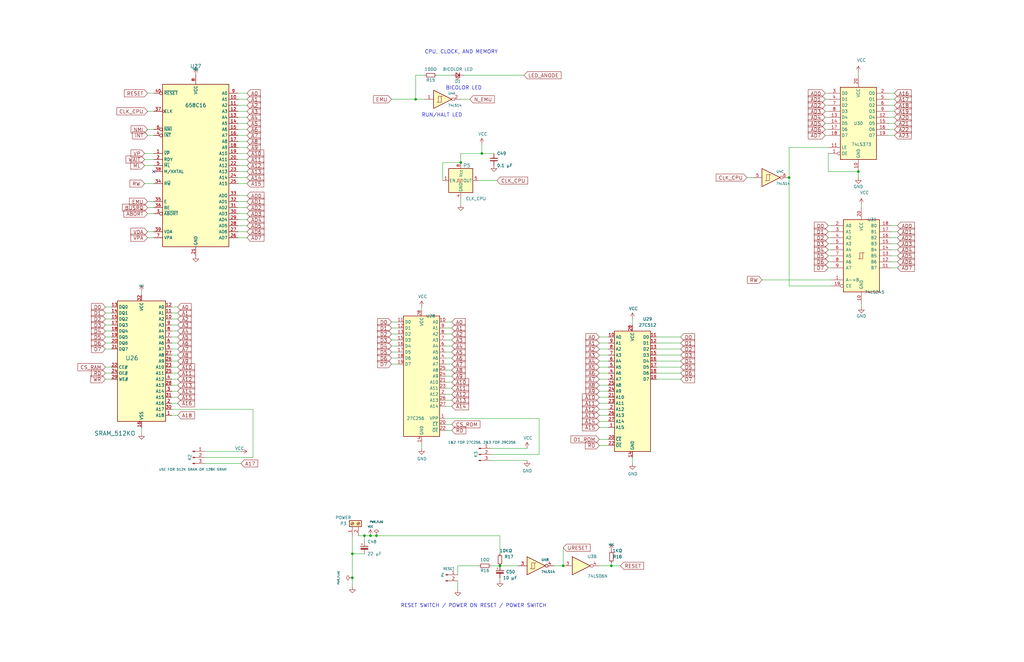
<source format=kicad_sch>
(kicad_sch (version 20211123) (generator eeschema)
  (paper "B")
  (junction (at 237.49 238.76))
  (junction (at 158.75 226.06))
  (junction (at 361.95 72.39))
  (junction (at 332.74 74.93))
  (junction (at 194.31 68.58))
  (junction (at 148.59 243.84))
  (junction (at 156.21 226.06))
  (junction (at 210.82 238.76))
  (junction (at 257.81 238.76))
  (junction (at 175.26 41.91))
  (junction (at 148.59 233.68))
  (junction (at 203.2 64.77))
  (junction (at 153.67 226.06))
  (no_connect (at 64.77 72.39))
  (wire (pts (xy 151.13 226.06) (xy 153.67 226.06)))
  (wire (pts (xy 375.92 97.79) (xy 378.46 97.79)))
  (wire (pts (xy 256.54 165.1) (xy 252.73 165.1)))
  (wire (pts (xy 256.54 144.78) (xy 252.73 144.78)))
  (wire (pts (xy 72.39 132.08) (xy 74.93 132.08)))
  (wire (pts (xy 374.65 57.15) (xy 377.19 57.15)))
  (wire (pts (xy 72.39 147.32) (xy 74.93 147.32)))
  (wire (pts (xy 187.96 153.67) (xy 190.5 153.67)))
  (wire (pts (xy 252.73 238.76) (xy 257.81 238.76)))
  (wire (pts (xy 158.75 226.06) (xy 210.82 226.06)))
  (wire (pts (xy 148.59 226.06) (xy 148.59 233.68)))
  (wire (pts (xy 60.96 67.31) (xy 64.77 67.31)))
  (wire (pts (xy 100.33 90.17) (xy 104.14 90.17)))
  (wire (pts (xy 363.22 128.27) (xy 363.22 129.54)))
  (wire (pts (xy 374.65 44.45) (xy 377.19 44.45)))
  (wire (pts (xy 62.23 57.15) (xy 64.77 57.15)))
  (wire (pts (xy 193.04 238.76) (xy 193.04 242.57)))
  (wire (pts (xy 165.1 143.51) (xy 167.64 143.51)))
  (wire (pts (xy 175.26 41.91) (xy 175.26 31.75)))
  (wire (pts (xy 100.33 72.39) (xy 104.14 72.39)))
  (wire (pts (xy 72.39 162.56) (xy 74.93 162.56)))
  (wire (pts (xy 276.86 154.94) (xy 287.02 154.94)))
  (wire (pts (xy 86.36 195.58) (xy 101.6 195.58)))
  (wire (pts (xy 59.69 123.19) (xy 59.69 124.46)))
  (wire (pts (xy 321.31 118.11) (xy 350.52 118.11)))
  (wire (pts (xy 349.25 95.25) (xy 350.52 95.25)))
  (wire (pts (xy 347.98 41.91) (xy 349.25 41.91)))
  (wire (pts (xy 44.45 160.02) (xy 46.99 160.02)))
  (wire (pts (xy 207.01 194.31) (xy 222.25 194.31)))
  (wire (pts (xy 314.96 74.93) (xy 317.5 74.93)))
  (wire (pts (xy 165.1 146.05) (xy 167.64 146.05)))
  (wire (pts (xy 349.25 105.41) (xy 350.52 105.41)))
  (wire (pts (xy 187.96 156.21) (xy 190.5 156.21)))
  (wire (pts (xy 194.31 41.91) (xy 198.12 41.91)))
  (wire (pts (xy 72.39 152.4) (xy 74.93 152.4)))
  (wire (pts (xy 227.33 176.53) (xy 227.33 191.77)))
  (wire (pts (xy 165.1 151.13) (xy 167.64 151.13)))
  (wire (pts (xy 375.92 100.33) (xy 378.46 100.33)))
  (wire (pts (xy 227.33 191.77) (xy 207.01 191.77)))
  (wire (pts (xy 100.33 85.09) (xy 104.14 85.09)))
  (wire (pts (xy 187.96 138.43) (xy 190.5 138.43)))
  (wire (pts (xy 187.96 168.91) (xy 190.5 168.91)))
  (wire (pts (xy 201.93 76.2) (xy 209.55 76.2)))
  (wire (pts (xy 375.92 102.87) (xy 378.46 102.87)))
  (wire (pts (xy 332.74 62.23) (xy 332.74 74.93)))
  (wire (pts (xy 177.8 129.54) (xy 177.8 130.81)))
  (wire (pts (xy 374.65 41.91) (xy 377.19 41.91)))
  (wire (pts (xy 100.33 97.79) (xy 104.14 97.79)))
  (wire (pts (xy 347.98 39.37) (xy 349.25 39.37)))
  (wire (pts (xy 347.98 46.99) (xy 349.25 46.99)))
  (wire (pts (xy 72.39 167.64) (xy 74.93 167.64)))
  (wire (pts (xy 256.54 152.4) (xy 252.73 152.4)))
  (wire (pts (xy 257.81 238.76) (xy 261.62 238.76)))
  (wire (pts (xy 62.23 90.17) (xy 64.77 90.17)))
  (wire (pts (xy 256.54 177.8) (xy 252.73 177.8)))
  (wire (pts (xy 62.23 87.63) (xy 64.77 87.63)))
  (wire (pts (xy 256.54 187.96) (xy 252.73 187.96)))
  (wire (pts (xy 175.26 41.91) (xy 179.07 41.91)))
  (wire (pts (xy 72.39 165.1) (xy 74.93 165.1)))
  (wire (pts (xy 187.96 179.07) (xy 190.5 179.07)))
  (wire (pts (xy 349.25 107.95) (xy 350.52 107.95)))
  (wire (pts (xy 276.86 152.4) (xy 287.02 152.4)))
  (wire (pts (xy 100.33 39.37) (xy 104.14 39.37)))
  (wire (pts (xy 62.23 39.37) (xy 64.77 39.37)))
  (wire (pts (xy 187.96 176.53) (xy 227.33 176.53)))
  (wire (pts (xy 165.1 135.89) (xy 167.64 135.89)))
  (wire (pts (xy 156.21 226.06) (xy 158.75 226.06)))
  (wire (pts (xy 257.81 238.76) (xy 257.81 237.49)))
  (wire (pts (xy 62.23 100.33) (xy 64.77 100.33)))
  (wire (pts (xy 276.86 144.78) (xy 287.02 144.78)))
  (wire (pts (xy 374.65 49.53) (xy 377.19 49.53)))
  (wire (pts (xy 349.25 64.77) (xy 349.25 72.39)))
  (wire (pts (xy 62.23 54.61) (xy 64.77 54.61)))
  (wire (pts (xy 256.54 154.94) (xy 252.73 154.94)))
  (wire (pts (xy 256.54 172.72) (xy 252.73 172.72)))
  (wire (pts (xy 187.96 166.37) (xy 190.5 166.37)))
  (wire (pts (xy 187.96 158.75) (xy 190.5 158.75)))
  (wire (pts (xy 100.33 69.85) (xy 104.14 69.85)))
  (wire (pts (xy 347.98 52.07) (xy 349.25 52.07)))
  (wire (pts (xy 276.86 149.86) (xy 287.02 149.86)))
  (wire (pts (xy 187.96 140.97) (xy 190.5 140.97)))
  (wire (pts (xy 72.39 144.78) (xy 74.93 144.78)))
  (wire (pts (xy 100.33 41.91) (xy 104.14 41.91)))
  (wire (pts (xy 187.96 181.61) (xy 190.5 181.61)))
  (wire (pts (xy 44.45 132.08) (xy 46.99 132.08)))
  (wire (pts (xy 332.74 120.65) (xy 350.52 120.65)))
  (wire (pts (xy 266.7 137.16) (xy 266.7 134.62)))
  (wire (pts (xy 62.23 46.99) (xy 64.77 46.99)))
  (wire (pts (xy 44.45 129.54) (xy 46.99 129.54)))
  (wire (pts (xy 187.96 163.83) (xy 190.5 163.83)))
  (wire (pts (xy 62.23 97.79) (xy 64.77 97.79)))
  (wire (pts (xy 256.54 180.34) (xy 252.73 180.34)))
  (wire (pts (xy 100.33 82.55) (xy 104.14 82.55)))
  (wire (pts (xy 349.25 100.33) (xy 350.52 100.33)))
  (wire (pts (xy 184.15 31.75) (xy 190.5 31.75)))
  (wire (pts (xy 347.98 49.53) (xy 349.25 49.53)))
  (wire (pts (xy 186.69 68.58) (xy 194.31 68.58)))
  (wire (pts (xy 256.54 185.42) (xy 252.73 185.42)))
  (wire (pts (xy 203.2 60.96) (xy 203.2 64.77)))
  (wire (pts (xy 177.8 186.69) (xy 177.8 189.23)))
  (wire (pts (xy 187.96 151.13) (xy 190.5 151.13)))
  (wire (pts (xy 256.54 170.18) (xy 252.73 170.18)))
  (wire (pts (xy 175.26 41.91) (xy 165.1 41.91)))
  (wire (pts (xy 276.86 142.24) (xy 287.02 142.24)))
  (wire (pts (xy 375.92 107.95) (xy 378.46 107.95)))
  (wire (pts (xy 44.45 144.78) (xy 46.99 144.78)))
  (wire (pts (xy 175.26 31.75) (xy 179.07 31.75)))
  (wire (pts (xy 187.96 135.89) (xy 190.5 135.89)))
  (wire (pts (xy 148.59 243.84) (xy 148.59 247.65)))
  (wire (pts (xy 256.54 142.24) (xy 252.73 142.24)))
  (wire (pts (xy 256.54 175.26) (xy 252.73 175.26)))
  (wire (pts (xy 194.31 83.82) (xy 194.31 86.36)))
  (wire (pts (xy 256.54 167.64) (xy 252.73 167.64)))
  (wire (pts (xy 100.33 46.99) (xy 104.14 46.99)))
  (wire (pts (xy 72.39 160.02) (xy 74.93 160.02)))
  (wire (pts (xy 374.65 54.61) (xy 377.19 54.61)))
  (wire (pts (xy 100.33 49.53) (xy 104.14 49.53)))
  (wire (pts (xy 256.54 160.02) (xy 252.73 160.02)))
  (wire (pts (xy 165.1 153.67) (xy 167.64 153.67)))
  (wire (pts (xy 60.96 64.77) (xy 64.77 64.77)))
  (wire (pts (xy 266.7 193.04) (xy 266.7 195.58)))
  (wire (pts (xy 374.65 52.07) (xy 377.19 52.07)))
  (wire (pts (xy 349.25 113.03) (xy 350.52 113.03)))
  (wire (pts (xy 375.92 113.03) (xy 378.46 113.03)))
  (wire (pts (xy 222.25 189.23) (xy 207.01 189.23)))
  (wire (pts (xy 256.54 162.56) (xy 252.73 162.56)))
  (wire (pts (xy 100.33 92.71) (xy 104.14 92.71)))
  (wire (pts (xy 72.39 154.94) (xy 74.93 154.94)))
  (wire (pts (xy 187.96 161.29) (xy 190.5 161.29)))
  (wire (pts (xy 100.33 57.15) (xy 104.14 57.15)))
  (wire (pts (xy 100.33 64.77) (xy 104.14 64.77)))
  (wire (pts (xy 165.1 140.97) (xy 167.64 140.97)))
  (wire (pts (xy 276.86 157.48) (xy 287.02 157.48)))
  (wire (pts (xy 72.39 134.62) (xy 74.93 134.62)))
  (wire (pts (xy 347.98 44.45) (xy 349.25 44.45)))
  (wire (pts (xy 72.39 129.54) (xy 74.93 129.54)))
  (wire (pts (xy 148.59 233.68) (xy 148.59 243.84)))
  (wire (pts (xy 375.92 110.49) (xy 378.46 110.49)))
  (wire (pts (xy 100.33 87.63) (xy 104.14 87.63)))
  (wire (pts (xy 44.45 147.32) (xy 46.99 147.32)))
  (wire (pts (xy 148.59 233.68) (xy 153.67 233.68)))
  (wire (pts (xy 60.96 77.47) (xy 64.77 77.47)))
  (wire (pts (xy 256.54 157.48) (xy 252.73 157.48)))
  (wire (pts (xy 86.36 193.04) (xy 106.68 193.04)))
  (wire (pts (xy 62.23 85.09) (xy 64.77 85.09)))
  (wire (pts (xy 195.58 31.75) (xy 220.98 31.75)))
  (wire (pts (xy 44.45 139.7) (xy 46.99 139.7)))
  (wire (pts (xy 86.36 190.5) (xy 101.6 190.5)))
  (wire (pts (xy 100.33 67.31) (xy 104.14 67.31)))
  (wire (pts (xy 187.96 148.59) (xy 190.5 148.59)))
  (wire (pts (xy 361.95 30.48) (xy 361.95 31.75)))
  (wire (pts (xy 276.86 160.02) (xy 287.02 160.02)))
  (wire (pts (xy 193.04 245.11) (xy 193.04 248.92)))
  (wire (pts (xy 207.01 238.76) (xy 210.82 238.76)))
  (wire (pts (xy 100.33 44.45) (xy 104.14 44.45)))
  (wire (pts (xy 375.92 95.25) (xy 378.46 95.25)))
  (wire (pts (xy 44.45 157.48) (xy 46.99 157.48)))
  (wire (pts (xy 187.96 143.51) (xy 190.5 143.51)))
  (wire (pts (xy 210.82 226.06) (xy 210.82 233.68)))
  (wire (pts (xy 237.49 238.76) (xy 237.49 231.14)))
  (wire (pts (xy 153.67 226.06) (xy 156.21 226.06)))
  (wire (pts (xy 361.95 72.39) (xy 361.95 74.93)))
  (wire (pts (xy 100.33 74.93) (xy 104.14 74.93)))
  (wire (pts (xy 72.39 157.48) (xy 74.93 157.48)))
  (wire (pts (xy 374.65 46.99) (xy 377.19 46.99)))
  (wire (pts (xy 72.39 175.26) (xy 74.93 175.26)))
  (wire (pts (xy 349.25 102.87) (xy 350.52 102.87)))
  (wire (pts (xy 100.33 54.61) (xy 104.14 54.61)))
  (wire (pts (xy 100.33 52.07) (xy 104.14 52.07)))
  (wire (pts (xy 194.31 64.77) (xy 194.31 68.58)))
  (wire (pts (xy 59.69 180.34) (xy 59.69 182.88)))
  (wire (pts (xy 349.25 72.39) (xy 361.95 72.39)))
  (wire (pts (xy 100.33 77.47) (xy 104.14 77.47)))
  (wire (pts (xy 210.82 238.76) (xy 218.44 238.76)))
  (wire (pts (xy 72.39 139.7) (xy 74.93 139.7)))
  (wire (pts (xy 44.45 154.94) (xy 46.99 154.94)))
  (wire (pts (xy 72.39 172.72) (xy 106.68 172.72)))
  (wire (pts (xy 203.2 64.77) (xy 194.31 64.77)))
  (wire (pts (xy 186.69 76.2) (xy 186.69 68.58)))
  (wire (pts (xy 100.33 59.69) (xy 104.14 59.69)))
  (wire (pts (xy 100.33 62.23) (xy 104.14 62.23)))
  (wire (pts (xy 44.45 142.24) (xy 46.99 142.24)))
  (wire (pts (xy 347.98 54.61) (xy 349.25 54.61)))
  (wire (pts (xy 276.86 147.32) (xy 287.02 147.32)))
  (wire (pts (xy 72.39 149.86) (xy 74.93 149.86)))
  (wire (pts (xy 233.68 238.76) (xy 237.49 238.76)))
  (wire (pts (xy 72.39 170.18) (xy 74.93 170.18)))
  (wire (pts (xy 72.39 137.16) (xy 74.93 137.16)))
  (wire (pts (xy 332.74 74.93) (xy 332.74 120.65)))
  (wire (pts (xy 72.39 142.24) (xy 74.93 142.24)))
  (wire (pts (xy 60.96 69.85) (xy 64.77 69.85)))
  (wire (pts (xy 210.82 243.84) (xy 210.82 245.11)))
  (wire (pts (xy 44.45 134.62) (xy 46.99 134.62)))
  (wire (pts (xy 256.54 147.32) (xy 252.73 147.32)))
  (wire (pts (xy 349.25 97.79) (xy 350.52 97.79)))
  (wire (pts (xy 187.96 171.45) (xy 190.5 171.45)))
  (wire (pts (xy 44.45 137.16) (xy 46.99 137.16)))
  (wire (pts (xy 374.65 39.37) (xy 377.19 39.37)))
  (wire (pts (xy 349.25 110.49) (xy 350.52 110.49)))
  (wire (pts (xy 349.25 62.23) (xy 332.74 62.23)))
  (wire (pts (xy 347.98 57.15) (xy 349.25 57.15)))
  (wire (pts (xy 165.1 148.59) (xy 167.64 148.59)))
  (wire (pts (xy 193.04 238.76) (xy 201.93 238.76)))
  (wire (pts (xy 153.67 226.06) (xy 153.67 228.6)))
  (wire (pts (xy 256.54 149.86) (xy 252.73 149.86)))
  (wire (pts (xy 100.33 100.33) (xy 104.14 100.33)))
  (wire (pts (xy 363.22 86.36) (xy 363.22 87.63)))
  (wire (pts (xy 165.1 138.43) (xy 167.64 138.43)))
  (wire (pts (xy 100.33 95.25) (xy 104.14 95.25)))
  (wire (pts (xy 106.68 193.04) (xy 106.68 172.72)))
  (wire (pts (xy 203.2 64.77) (xy 208.28 64.77)))
  (wire (pts (xy 187.96 146.05) (xy 190.5 146.05)))
  (wire (pts (xy 375.92 105.41) (xy 378.46 105.41)))
  (text "RUN/HALT LED" (at 177.8 49.53 0) (effects (font (size 1.524 1.524)) (justify left bottom)))
  (text "CPU, CLOCK, AND MEMORY" (at 179.07 22.86 0) (effects (font (size 1.524 1.524)) (justify left bottom)))
  (text "RESET SWITCH / POWER ON RESET / POWER SWITCH" (at 168.91 256.54 0) (effects (font (size 1.524 1.524)) (justify left bottom)))
  (text "BICOLOR LED" (at 187.96 38.1 0) (effects (font (size 1.524 1.524)) (justify left bottom)))
  (global_label "D6" (shape input) (at 165.1 151.13 180) (effects (font (size 1.524 1.524))) (property "Intersheet References" "${INTERSHEET_REFS}" (effects hide)))
  (global_label "D7" (shape input) (at 165.1 153.67 180) (effects (font (size 1.524 1.524))) (property "Intersheet References" "${INTERSHEET_REFS}" (effects hide)))
  (global_label "AD0" (shape input) (at 347.98 39.37 180) (effects (font (size 1.524 1.524))) (property "Intersheet References" "${INTERSHEET_REFS}" (effects hide)))
  (global_label "A7" (shape input) (at 104.14 57.15 0) (effects (font (size 1.524 1.524))) (property "Intersheet References" "${INTERSHEET_REFS}" (effects hide)))
  (global_label "O1_ROM" (shape input) (at 252.73 185.42 180) (effects (font (size 1.524 1.524))) (property "Intersheet References" "${INTERSHEET_REFS}" (effects hide)))
  (global_label "AD1" (shape input) (at 378.46 97.79 0) (effects (font (size 1.524 1.524))) (property "Intersheet References" "${INTERSHEET_REFS}" (effects hide)))
  (global_label "A6" (shape input) (at 104.14 54.61 0) (effects (font (size 1.524 1.524))) (property "Intersheet References" "${INTERSHEET_REFS}" (effects hide)))
  (global_label "AD6" (shape input) (at 104.14 97.79 0) (effects (font (size 1.524 1.524))) (property "Intersheet References" "${INTERSHEET_REFS}" (effects hide)))
  (global_label "A18" (shape input) (at 377.19 44.45 0) (effects (font (size 1.524 1.524))) (property "Intersheet References" "${INTERSHEET_REFS}" (effects hide)))
  (global_label "D5" (shape input) (at 287.02 154.94 0) (effects (font (size 1.524 1.524))) (property "Intersheet References" "${INTERSHEET_REFS}" (effects hide)))
  (global_label "AD7" (shape input) (at 347.98 57.15 180) (effects (font (size 1.524 1.524))) (property "Intersheet References" "${INTERSHEET_REFS}" (effects hide)))
  (global_label "A6" (shape input) (at 74.93 144.78 0) (effects (font (size 1.524 1.524))) (property "Intersheet References" "${INTERSHEET_REFS}" (effects hide)))
  (global_label "D2" (shape input) (at 287.02 147.32 0) (effects (font (size 1.524 1.524))) (property "Intersheet References" "${INTERSHEET_REFS}" (effects hide)))
  (global_label "A11" (shape input) (at 104.14 67.31 0) (effects (font (size 1.524 1.524))) (property "Intersheet References" "${INTERSHEET_REFS}" (effects hide)))
  (global_label "AD2" (shape input) (at 347.98 44.45 180) (effects (font (size 1.524 1.524))) (property "Intersheet References" "${INTERSHEET_REFS}" (effects hide)))
  (global_label "AD0" (shape input) (at 378.46 95.25 0) (effects (font (size 1.524 1.524))) (property "Intersheet References" "${INTERSHEET_REFS}" (effects hide)))
  (global_label "AD7" (shape input) (at 104.14 100.33 0) (effects (font (size 1.524 1.524))) (property "Intersheet References" "${INTERSHEET_REFS}" (effects hide)))
  (global_label "A5" (shape input) (at 190.5 148.59 0) (effects (font (size 1.524 1.524))) (property "Intersheet References" "${INTERSHEET_REFS}" (effects hide)))
  (global_label "A20" (shape input) (at 377.19 49.53 0) (effects (font (size 1.524 1.524))) (property "Intersheet References" "${INTERSHEET_REFS}" (effects hide)))
  (global_label "D0" (shape input) (at 287.02 142.24 0) (effects (font (size 1.524 1.524))) (property "Intersheet References" "${INTERSHEET_REFS}" (effects hide)))
  (global_label "A2" (shape input) (at 252.73 147.32 180) (effects (font (size 1.524 1.524))) (property "Intersheet References" "${INTERSHEET_REFS}" (effects hide)))
  (global_label "D0" (shape input) (at 165.1 135.89 180) (effects (font (size 1.524 1.524))) (property "Intersheet References" "${INTERSHEET_REFS}" (effects hide)))
  (global_label "D6" (shape input) (at 287.02 157.48 0) (effects (font (size 1.524 1.524))) (property "Intersheet References" "${INTERSHEET_REFS}" (effects hide)))
  (global_label "AD2" (shape input) (at 378.46 100.33 0) (effects (font (size 1.524 1.524))) (property "Intersheet References" "${INTERSHEET_REFS}" (effects hide)))
  (global_label "A12" (shape input) (at 190.5 166.37 0) (effects (font (size 1.524 1.524))) (property "Intersheet References" "${INTERSHEET_REFS}" (effects hide)))
  (global_label "A14" (shape input) (at 252.73 177.8 180) (effects (font (size 1.524 1.524))) (property "Intersheet References" "${INTERSHEET_REFS}" (effects hide)))
  (global_label "A14" (shape input) (at 104.14 74.93 0) (effects (font (size 1.524 1.524))) (property "Intersheet References" "${INTERSHEET_REFS}" (effects hide)))
  (global_label "A21" (shape input) (at 377.19 52.07 0) (effects (font (size 1.524 1.524))) (property "Intersheet References" "${INTERSHEET_REFS}" (effects hide)))
  (global_label "D7" (shape input) (at 44.45 147.32 180) (effects (font (size 1.524 1.524))) (property "Intersheet References" "${INTERSHEET_REFS}" (effects hide)))
  (global_label "A5" (shape input) (at 252.73 154.94 180) (effects (font (size 1.524 1.524))) (property "Intersheet References" "${INTERSHEET_REFS}" (effects hide)))
  (global_label "A14" (shape input) (at 190.5 171.45 0) (effects (font (size 1.524 1.524))) (property "Intersheet References" "${INTERSHEET_REFS}" (effects hide)))
  (global_label "D3" (shape input) (at 349.25 102.87 180) (effects (font (size 1.524 1.524))) (property "Intersheet References" "${INTERSHEET_REFS}" (effects hide)))
  (global_label "WR" (shape input) (at 44.45 160.02 180) (effects (font (size 1.524 1.524))) (property "Intersheet References" "${INTERSHEET_REFS}" (effects hide)))
  (global_label "D6" (shape input) (at 44.45 144.78 180) (effects (font (size 1.524 1.524))) (property "Intersheet References" "${INTERSHEET_REFS}" (effects hide)))
  (global_label "A2" (shape input) (at 190.5 140.97 0) (effects (font (size 1.524 1.524))) (property "Intersheet References" "${INTERSHEET_REFS}" (effects hide)))
  (global_label "A1" (shape input) (at 190.5 138.43 0) (effects (font (size 1.524 1.524))) (property "Intersheet References" "${INTERSHEET_REFS}" (effects hide)))
  (global_label "D5" (shape input) (at 165.1 148.59 180) (effects (font (size 1.524 1.524))) (property "Intersheet References" "${INTERSHEET_REFS}" (effects hide)))
  (global_label "D2" (shape input) (at 349.25 100.33 180) (effects (font (size 1.524 1.524))) (property "Intersheet References" "${INTERSHEET_REFS}" (effects hide)))
  (global_label "A11" (shape input) (at 190.5 163.83 0) (effects (font (size 1.524 1.524))) (property "Intersheet References" "${INTERSHEET_REFS}" (effects hide)))
  (global_label "LED_ANODE" (shape input) (at 220.98 31.75 0) (effects (font (size 1.524 1.524))) (property "Intersheet References" "${INTERSHEET_REFS}" (effects hide)))
  (global_label "A3" (shape input) (at 104.14 46.99 0) (effects (font (size 1.524 1.524))) (property "Intersheet References" "${INTERSHEET_REFS}" (effects hide)))
  (global_label "A3" (shape input) (at 252.73 149.86 180) (effects (font (size 1.524 1.524))) (property "Intersheet References" "${INTERSHEET_REFS}" (effects hide)))
  (global_label "WAIT" (shape input) (at 60.96 67.31 180) (effects (font (size 1.524 1.524))) (property "Intersheet References" "${INTERSHEET_REFS}" (effects hide)))
  (global_label "A6" (shape input) (at 190.5 151.13 0) (effects (font (size 1.524 1.524))) (property "Intersheet References" "${INTERSHEET_REFS}" (effects hide)))
  (global_label "D3" (shape input) (at 44.45 137.16 180) (effects (font (size 1.524 1.524))) (property "Intersheet References" "${INTERSHEET_REFS}" (effects hide)))
  (global_label "A4" (shape input) (at 104.14 49.53 0) (effects (font (size 1.524 1.524))) (property "Intersheet References" "${INTERSHEET_REFS}" (effects hide)))
  (global_label "A15" (shape input) (at 252.73 180.34 180) (effects (font (size 1.524 1.524))) (property "Intersheet References" "${INTERSHEET_REFS}" (effects hide)))
  (global_label "A7" (shape input) (at 74.93 147.32 0) (effects (font (size 1.524 1.524))) (property "Intersheet References" "${INTERSHEET_REFS}" (effects hide)))
  (global_label "A7" (shape input) (at 190.5 153.67 0) (effects (font (size 1.524 1.524))) (property "Intersheet References" "${INTERSHEET_REFS}" (effects hide)))
  (global_label "D5" (shape input) (at 44.45 142.24 180) (effects (font (size 1.524 1.524))) (property "Intersheet References" "${INTERSHEET_REFS}" (effects hide)))
  (global_label "AD3" (shape input) (at 347.98 46.99 180) (effects (font (size 1.524 1.524))) (property "Intersheet References" "${INTERSHEET_REFS}" (effects hide)))
  (global_label "D1" (shape input) (at 287.02 144.78 0) (effects (font (size 1.524 1.524))) (property "Intersheet References" "${INTERSHEET_REFS}" (effects hide)))
  (global_label "NMI" (shape input) (at 62.23 54.61 180) (effects (font (size 1.524 1.524))) (property "Intersheet References" "${INTERSHEET_REFS}" (effects hide)))
  (global_label "A1" (shape input) (at 104.14 41.91 0) (effects (font (size 1.524 1.524))) (property "Intersheet References" "${INTERSHEET_REFS}" (effects hide)))
  (global_label "A13" (shape input) (at 104.14 72.39 0) (effects (font (size 1.524 1.524))) (property "Intersheet References" "${INTERSHEET_REFS}" (effects hide)))
  (global_label "ML" (shape input) (at 60.96 69.85 180) (effects (font (size 1.524 1.524))) (property "Intersheet References" "${INTERSHEET_REFS}" (effects hide)))
  (global_label "D0" (shape input) (at 349.25 95.25 180) (effects (font (size 1.524 1.524))) (property "Intersheet References" "${INTERSHEET_REFS}" (effects hide)))
  (global_label "A12" (shape input) (at 252.73 172.72 180) (effects (font (size 1.524 1.524))) (property "Intersheet References" "${INTERSHEET_REFS}" (effects hide)))
  (global_label "AD6" (shape input) (at 347.98 54.61 180) (effects (font (size 1.524 1.524))) (property "Intersheet References" "${INTERSHEET_REFS}" (effects hide)))
  (global_label "CS_ROM" (shape input) (at 190.5 179.07 0) (effects (font (size 1.524 1.524))) (property "Intersheet References" "${INTERSHEET_REFS}" (effects hide)))
  (global_label "RW" (shape input) (at 321.31 118.11 180) (effects (font (size 1.524 1.524))) (property "Intersheet References" "${INTERSHEET_REFS}" (effects hide)))
  (global_label "A5" (shape input) (at 74.93 142.24 0) (effects (font (size 1.524 1.524))) (property "Intersheet References" "${INTERSHEET_REFS}" (effects hide)))
  (global_label "AD3" (shape input) (at 378.46 102.87 0) (effects (font (size 1.524 1.524))) (property "Intersheet References" "${INTERSHEET_REFS}" (effects hide)))
  (global_label "A9" (shape input) (at 74.93 152.4 0) (effects (font (size 1.524 1.524))) (property "Intersheet References" "${INTERSHEET_REFS}" (effects hide)))
  (global_label "A12" (shape input) (at 74.93 160.02 0) (effects (font (size 1.524 1.524))) (property "Intersheet References" "${INTERSHEET_REFS}" (effects hide)))
  (global_label "EMU" (shape input) (at 165.1 41.91 180) (effects (font (size 1.524 1.524))) (property "Intersheet References" "${INTERSHEET_REFS}" (effects hide)))
  (global_label "D4" (shape input) (at 44.45 139.7 180) (effects (font (size 1.524 1.524))) (property "Intersheet References" "${INTERSHEET_REFS}" (effects hide)))
  (global_label "VP" (shape input) (at 60.96 64.77 180) (effects (font (size 1.524 1.524))) (property "Intersheet References" "${INTERSHEET_REFS}" (effects hide)))
  (global_label "RESET" (shape input) (at 261.62 238.76 0) (effects (font (size 1.524 1.524))) (property "Intersheet References" "${INTERSHEET_REFS}" (effects hide)))
  (global_label "A3" (shape input) (at 190.5 143.51 0) (effects (font (size 1.524 1.524))) (property "Intersheet References" "${INTERSHEET_REFS}" (effects hide)))
  (global_label "A23" (shape input) (at 377.19 57.15 0) (effects (font (size 1.524 1.524))) (property "Intersheet References" "${INTERSHEET_REFS}" (effects hide)))
  (global_label "AD4" (shape input) (at 347.98 49.53 180) (effects (font (size 1.524 1.524))) (property "Intersheet References" "${INTERSHEET_REFS}" (effects hide)))
  (global_label "A16" (shape input) (at 74.93 170.18 0) (effects (font (size 1.524 1.524))) (property "Intersheet References" "${INTERSHEET_REFS}" (effects hide)))
  (global_label "A13" (shape input) (at 190.5 168.91 0) (effects (font (size 1.524 1.524))) (property "Intersheet References" "${INTERSHEET_REFS}" (effects hide)))
  (global_label "A16" (shape input) (at 377.19 39.37 0) (effects (font (size 1.524 1.524))) (property "Intersheet References" "${INTERSHEET_REFS}" (effects hide)))
  (global_label "A6" (shape input) (at 252.73 157.48 180) (effects (font (size 1.524 1.524))) (property "Intersheet References" "${INTERSHEET_REFS}" (effects hide)))
  (global_label "D6" (shape input) (at 349.25 110.49 180) (effects (font (size 1.524 1.524))) (property "Intersheet References" "${INTERSHEET_REFS}" (effects hide)))
  (global_label "A11" (shape input) (at 252.73 170.18 180) (effects (font (size 1.524 1.524))) (property "Intersheet References" "${INTERSHEET_REFS}" (effects hide)))
  (global_label "A18" (shape input) (at 74.93 175.26 0) (effects (font (size 1.524 1.524))) (property "Intersheet References" "${INTERSHEET_REFS}" (effects hide)))
  (global_label "CLK_CPU" (shape input) (at 314.96 74.93 180) (effects (font (size 1.524 1.524))) (property "Intersheet References" "${INTERSHEET_REFS}" (effects hide)))
  (global_label "D7" (shape input) (at 349.25 113.03 180) (effects (font (size 1.524 1.524))) (property "Intersheet References" "${INTERSHEET_REFS}" (effects hide)))
  (global_label "AD1" (shape input) (at 104.14 85.09 0) (effects (font (size 1.524 1.524))) (property "Intersheet References" "${INTERSHEET_REFS}" (effects hide)))
  (global_label "D0" (shape input) (at 44.45 129.54 180) (effects (font (size 1.524 1.524))) (property "Intersheet References" "${INTERSHEET_REFS}" (effects hide)))
  (global_label "AD5" (shape input) (at 347.98 52.07 180) (effects (font (size 1.524 1.524))) (property "Intersheet References" "${INTERSHEET_REFS}" (effects hide)))
  (global_label "CS_RAM" (shape input) (at 44.45 154.94 180) (effects (font (size 1.524 1.524))) (property "Intersheet References" "${INTERSHEET_REFS}" (effects hide)))
  (global_label "A4" (shape input) (at 252.73 152.4 180) (effects (font (size 1.524 1.524))) (property "Intersheet References" "${INTERSHEET_REFS}" (effects hide)))
  (global_label "A7" (shape input) (at 252.73 160.02 180) (effects (font (size 1.524 1.524))) (property "Intersheet References" "${INTERSHEET_REFS}" (effects hide)))
  (global_label "A0" (shape input) (at 74.93 129.54 0) (effects (font (size 1.524 1.524))) (property "Intersheet References" "${INTERSHEET_REFS}" (effects hide)))
  (global_label "A17" (shape input) (at 101.6 195.58 0) (effects (font (size 1.524 1.524))) (property "Intersheet References" "${INTERSHEET_REFS}" (effects hide)))
  (global_label "CLK_CPU" (shape input) (at 209.55 76.2 0) (effects (font (size 1.524 1.524))) (property "Intersheet References" "${INTERSHEET_REFS}" (effects hide)))
  (global_label "AD1" (shape input) (at 347.98 41.91 180) (effects (font (size 1.524 1.524))) (property "Intersheet References" "${INTERSHEET_REFS}" (effects hide)))
  (global_label "A10" (shape input) (at 190.5 161.29 0) (effects (font (size 1.524 1.524))) (property "Intersheet References" "${INTERSHEET_REFS}" (effects hide)))
  (global_label "D1" (shape input) (at 165.1 138.43 180) (effects (font (size 1.524 1.524))) (property "Intersheet References" "${INTERSHEET_REFS}" (effects hide)))
  (global_label "AD4" (shape input) (at 378.46 105.41 0) (effects (font (size 1.524 1.524))) (property "Intersheet References" "${INTERSHEET_REFS}" (effects hide)))
  (global_label "A19" (shape input) (at 377.19 46.99 0) (effects (font (size 1.524 1.524))) (property "Intersheet References" "${INTERSHEET_REFS}" (effects hide)))
  (global_label "A1" (shape input) (at 74.93 132.08 0) (effects (font (size 1.524 1.524))) (property "Intersheet References" "${INTERSHEET_REFS}" (effects hide)))
  (global_label "D4" (shape input) (at 349.25 105.41 180) (effects (font (size 1.524 1.524))) (property "Intersheet References" "${INTERSHEET_REFS}" (effects hide)))
  (global_label "D3" (shape input) (at 287.02 149.86 0) (effects (font (size 1.524 1.524))) (property "Intersheet References" "${INTERSHEET_REFS}" (effects hide)))
  (global_label "A4" (shape input) (at 190.5 146.05 0) (effects (font (size 1.524 1.524))) (property "Intersheet References" "${INTERSHEET_REFS}" (effects hide)))
  (global_label "AD6" (shape input) (at 378.46 110.49 0) (effects (font (size 1.524 1.524))) (property "Intersheet References" "${INTERSHEET_REFS}" (effects hide)))
  (global_label "A9" (shape input) (at 104.14 62.23 0) (effects (font (size 1.524 1.524))) (property "Intersheet References" "${INTERSHEET_REFS}" (effects hide)))
  (global_label "RD" (shape input) (at 190.5 181.61 0) (effects (font (size 1.524 1.524))) (property "Intersheet References" "${INTERSHEET_REFS}" (effects hide)))
  (global_label "D2" (shape input) (at 165.1 140.97 180) (effects (font (size 1.524 1.524))) (property "Intersheet References" "${INTERSHEET_REFS}" (effects hide)))
  (global_label "A10" (shape input) (at 104.14 64.77 0) (effects (font (size 1.524 1.524))) (property "Intersheet References" "${INTERSHEET_REFS}" (effects hide)))
  (global_label "A8" (shape input) (at 252.73 162.56 180) (effects (font (size 1.524 1.524))) (property "Intersheet References" "${INTERSHEET_REFS}" (effects hide)))
  (global_label "D2" (shape input) (at 44.45 134.62 180) (effects (font (size 1.524 1.524))) (property "Intersheet References" "${INTERSHEET_REFS}" (effects hide)))
  (global_label "URESET" (shape input) (at 237.49 231.14 0) (effects (font (size 1.524 1.524))) (property "Intersheet References" "${INTERSHEET_REFS}" (effects hide)))
  (global_label "A15" (shape input) (at 74.93 167.64 0) (effects (font (size 1.524 1.524))) (property "Intersheet References" "${INTERSHEET_REFS}" (effects hide)))
  (global_label "D4" (shape input) (at 287.02 152.4 0) (effects (font (size 1.524 1.524))) (property "Intersheet References" "${INTERSHEET_REFS}" (effects hide)))
  (global_label "A0" (shape input) (at 252.73 142.24 180) (effects (font (size 1.524 1.524))) (property "Intersheet References" "${INTERSHEET_REFS}" (effects hide)))
  (global_label "INT" (shape input) (at 62.23 57.15 180) (effects (font (size 1.524 1.524))) (property "Intersheet References" "${INTERSHEET_REFS}" (effects hide)))
  (global_label "RESET" (shape input) (at 62.23 39.37 180) (effects (font (size 1.524 1.524))) (property "Intersheet References" "${INTERSHEET_REFS}" (effects hide)))
  (global_label "A0" (shape input) (at 104.14 39.37 0) (effects (font (size 1.524 1.524))) (property "Intersheet References" "${INTERSHEET_REFS}" (effects hide)))
  (global_label "A12" (shape input) (at 104.14 69.85 0) (effects (font (size 1.524 1.524))) (property "Intersheet References" "${INTERSHEET_REFS}" (effects hide)))
  (global_label "AD2" (shape input) (at 104.14 87.63 0) (effects (font (size 1.524 1.524))) (property "Intersheet References" "${INTERSHEET_REFS}" (effects hide)))
  (global_label "VPA" (shape input) (at 62.23 100.33 180) (effects (font (size 1.524 1.524))) (property "Intersheet References" "${INTERSHEET_REFS}" (effects hide)))
  (global_label "EMU" (shape input) (at 62.23 85.09 180) (effects (font (size 1.524 1.524))) (property "Intersheet References" "${INTERSHEET_REFS}" (effects hide)))
  (global_label "D5" (shape input) (at 349.25 107.95 180) (effects (font (size 1.524 1.524))) (property "Intersheet References" "${INTERSHEET_REFS}" (effects hide)))
  (global_label "AD5" (shape input) (at 104.14 95.25 0) (effects (font (size 1.524 1.524))) (property "Intersheet References" "${INTERSHEET_REFS}" (effects hide)))
  (global_label "A8" (shape input) (at 190.5 156.21 0) (effects (font (size 1.524 1.524))) (property "Intersheet References" "${INTERSHEET_REFS}" (effects hide)))
  (global_label "A10" (shape input) (at 74.93 154.94 0) (effects (font (size 1.524 1.524))) (property "Intersheet References" "${INTERSHEET_REFS}" (effects hide)))
  (global_label "ABORT" (shape input) (at 62.23 90.17 180) (effects (font (size 1.524 1.524))) (property "Intersheet References" "${INTERSHEET_REFS}" (effects hide)))
  (global_label "AD4" (shape input) (at 104.14 92.71 0) (effects (font (size 1.524 1.524))) (property "Intersheet References" "${INTERSHEET_REFS}" (effects hide)))
  (global_label "A9" (shape input) (at 190.5 158.75 0) (effects (font (size 1.524 1.524))) (property "Intersheet References" "${INTERSHEET_REFS}" (effects hide)))
  (global_label "AD0" (shape input) (at 104.14 82.55 0) (effects (font (size 1.524 1.524))) (property "Intersheet References" "${INTERSHEET_REFS}" (effects hide)))
  (global_label "AD3" (shape input) (at 104.14 90.17 0) (effects (font (size 1.524 1.524))) (property "Intersheet References" "${INTERSHEET_REFS}" (effects hide)))
  (global_label "A17" (shape input) (at 377.19 41.91 0) (effects (font (size 1.524 1.524))) (property "Intersheet References" "${INTERSHEET_REFS}" (effects hide)))
  (global_label "A15" (shape input) (at 104.14 77.47 0) (effects (font (size 1.524 1.524))) (property "Intersheet References" "${INTERSHEET_REFS}" (effects hide)))
  (global_label "A10" (shape input) (at 252.73 167.64 180) (effects (font (size 1.524 1.524))) (property "Intersheet References" "${INTERSHEET_REFS}" (effects hide)))
  (global_label "D3" (shape input) (at 165.1 143.51 180) (effects (font (size 1.524 1.524))) (property "Intersheet References" "${INTERSHEET_REFS}" (effects hide)))
  (global_label "A22" (shape input) (at 377.19 54.61 0) (effects (font (size 1.524 1.524))) (property "Intersheet References" "${INTERSHEET_REFS}" (effects hide)))
  (global_label "A2" (shape input) (at 104.14 44.45 0) (effects (font (size 1.524 1.524))) (property "Intersheet References" "${INTERSHEET_REFS}" (effects hide)))
  (global_label "A4" (shape input) (at 74.93 139.7 0) (effects (font (size 1.524 1.524))) (property "Intersheet References" "${INTERSHEET_REFS}" (effects hide)))
  (global_label "A3" (shape input) (at 74.93 137.16 0) (effects (font (size 1.524 1.524))) (property "Intersheet References" "${INTERSHEET_REFS}" (effects hide)))
  (global_label "AD7" (shape input) (at 378.46 113.03 0) (effects (font (size 1.524 1.524))) (property "Intersheet References" "${INTERSHEET_REFS}" (effects hide)))
  (global_label "A14" (shape input) (at 74.93 165.1 0) (effects (font (size 1.524 1.524))) (property "Intersheet References" "${INTERSHEET_REFS}" (effects hide)))
  (global_label "AD5" (shape input) (at 378.46 107.95 0) (effects (font (size 1.524 1.524))) (property "Intersheet References" "${INTERSHEET_REFS}" (effects hide)))
  (global_label "A5" (shape input) (at 104.14 52.07 0) (effects (font (size 1.524 1.524))) (property "Intersheet References" "${INTERSHEET_REFS}" (effects hide)))
  (global_label "D1" (shape input) (at 44.45 132.08 180) (effects (font (size 1.524 1.524))) (property "Intersheet References" "${INTERSHEET_REFS}" (effects hide)))
  (global_label "RD" (shape input) (at 44.45 157.48 180) (effects (font (size 1.524 1.524))) (property "Intersheet References" "${INTERSHEET_REFS}" (effects hide)))
  (global_label "RD" (shape input) (at 252.73 187.96 180) (effects (font (size 1.524 1.524))) (property "Intersheet References" "${INTERSHEET_REFS}" (effects hide)))
  (global_label "D7" (shape input) (at 287.02 160.02 0) (effects (font (size 1.524 1.524))) (property "Intersheet References" "${INTERSHEET_REFS}" (effects hide)))
  (global_label "D4" (shape input) (at 165.1 146.05 180) (effects (font (size 1.524 1.524))) (property "Intersheet References" "${INTERSHEET_REFS}" (effects hide)))
  (global_label "A8" (shape input) (at 74.93 149.86 0) (effects (font (size 1.524 1.524))) (property "Intersheet References" "${INTERSHEET_REFS}" (effects hide)))
  (global_label "A1" (shape input) (at 252.73 144.78 180) (effects (font (size 1.524 1.524))) (property "Intersheet References" "${INTERSHEET_REFS}" (effects hide)))
  (global_label "BUSRQ" (shape input) (at 62.23 87.63 180) (effects (font (size 1.524 1.524))) (property "Intersheet References" "${INTERSHEET_REFS}" (effects hide)))
  (global_label "A13" (shape input) (at 74.93 162.56 0) (effects (font (size 1.524 1.524))) (property "Intersheet References" "${INTERSHEET_REFS}" (effects hide)))
  (global_label "D1" (shape input) (at 349.25 97.79 180) (effects (font (size 1.524 1.524))) (property "Intersheet References" "${INTERSHEET_REFS}" (effects hide)))
  (global_label "A8" (shape input) (at 104.14 59.69 0) (effects (font (size 1.524 1.524))) (property "Intersheet References" "${INTERSHEET_REFS}" (effects hide)))
  (global_label "A13" (shape input) (at 252.73 175.26 180) (effects (font (size 1.524 1.524))) (property "Intersheet References" "${INTERSHEET_REFS}" (effects hide)))
  (global_label "VDA" (shape input) (at 62.23 97.79 180) (effects (font (size 1.524 1.524))) (property "Intersheet References" "${INTERSHEET_REFS}" (effects hide)))
  (global_label "A0" (shape input) (at 190.5 135.89 0) (effects (font (size 1.524 1.524))) (property "Intersheet References" "${INTERSHEET_REFS}" (effects hide)))
  (global_label "A11" (shape input) (at 74.93 157.48 0) (effects (font (size 1.524 1.524))) (property "Intersheet References" "${INTERSHEET_REFS}" (effects hide)))
  (global_label "A9" (shape input) (at 252.73 165.1 180) (effects (font (size 1.524 1.524))) (property "Intersheet References" "${INTERSHEET_REFS}" (effects hide)))
  (global_label "RW" (shape input) (at 60.96 77.47 180) (effects (font (size 1.524 1.524))) (property "Intersheet References" "${INTERSHEET_REFS}" (effects hide)))
  (global_label "CLK_CPU" (shape input) (at 62.23 46.99 180) (effects (font (size 1.524 1.524))) (property "Intersheet References" "${INTERSHEET_REFS}" (effects hide)))
  (global_label "N_EMU" (shape input) (at 198.12 41.91 0) (effects (font (size 1.524 1.524))) (property "Intersheet References" "${INTERSHEET_REFS}" (effects hide)))
  (global_label "A2" (shape input) (at 74.93 134.62 0) (effects (font (size 1.524 1.524))) (property "Intersheet References" "${INTERSHEET_REFS}" (effects hide)))
  (symbol (lib_id "Connector:Conn_01x03_Male") (at 81.28 193.04 0) (unit 1)
    (property "Reference" "K2" (at 80.01 193.04 90))
    (property "Value" "USE FOR 512K SRAM OR 128K SRAM" (at 81.28 198.12 0) (effects (font (size 1.016 1.016))))
    (property "Footprint" "Connector_PinHeader_2.54mm:PinHeader_1x03_P2.54mm_Vertical" (effects hide))
  )
  (symbol (lib_id "power:VCC") (at 59.69 123.19 0) (unit 1)
    (property "Reference" "#PWR085" (effects hide))
    (property "Value" "VCC" (at 59.69 120.65 0) (effects (font (size 0.762 0.762))))
  )
  (symbol (lib_id "Connector:Conn_01x03_Male") (at 201.93 191.77 0) (unit 1)
    (property "Reference" "K3" (at 200.66 191.77 90))
    (property "Value" "1&2 FOR 27C256, 2&3 FOR 29C256" (at 203.2 186.69 0) (effects (font (size 1.016 1.016))))
    (property "Footprint" "Connector_PinHeader_2.54mm:PinHeader_1x03_P2.54mm_Vertical" (effects hide))
  )
  (symbol (lib_id "power:GND") (at 59.69 182.88 0) (unit 1)
    (property "Reference" "#PWR086" (effects hide))
    (property "Value" "GND" (effects hide))
  )
  (symbol (lib_id "Memory_RAM:AS6C4008-55PCN") (at 59.69 152.4 0) (mirror y) (unit 1)
    (property "Reference" "U26" (at 58.42 151.13 0) (effects (font (size 1.778 1.778)) (justify left)))
    (property "Value" "SRAM_512KO" (at 57.15 182.88 0) (effects (font (size 1.778 1.778)) (justify left)))
    (property "Footprint" "Package_DIP:DIP-32_W15.24mm" (effects hide))
    (property "Datasheet" "https://www.alliancememory.com/wp-content/uploads/pdf/AS6C4008.pdf" (effects hide))
  )
  (symbol (lib_id "CUSTOM_CPU:65C816") (at 82.55 43.18 0) (unit 1)
    (property "Reference" "U27" (at 82.55 27.94 0) (effects (font (size 1.524 1.524))))
    (property "Value" "658C16" (at 82.55 44.45 0) (effects (font (size 1.524 1.524))))
    (property "Footprint" "Package_DIP:DIP-40_W15.24mm_Socket" (effects hide))
  )
  (symbol (lib_id "Memory_EPROM:27C256") (at 177.8 158.75 0) (mirror y) (unit 1)
    (property "Reference" "U28" (at 181.61 133.35 0))
    (property "Value" "27C256" (at 175.26 176.53 0))
    (property "Footprint" "Package_DIP:DIP-28_W15.24mm" (effects hide))
    (property "Datasheet" "http://ww1.microchip.com/downloads/en/DeviceDoc/doc0014.pdf" (effects hide))
  )
  (symbol (lib_id "74xx:74LS06N") (at 245.11 238.76 0) (unit 2)
    (property "Reference" "U3" (at 247.65 235.585 0) (effects (justify left bottom)))
    (property "Value" "74LS06N" (at 247.65 243.84 0) (effects (justify left bottom)))
    (property "Footprint" "Package_DIP:DIP-14_W7.62mm_Socket" (effects hide))
    (property "Datasheet" "http://www.ti.com/lit/gpn/sn74LS06N" (effects hide))
  )
  (symbol (lib_id "power:GND") (at 208.28 69.85 0) (unit 1)
    (property "Reference" "#PWR094" (effects hide))
    (property "Value" "GND" (effects hide))
  )
  (symbol (lib_id "Device:C_Small") (at 208.28 67.31 0) (unit 1)
    (property "Reference" "C49" (at 209.55 64.77 0) (effects (justify left)))
    (property "Value" "0.1 µF" (at 209.55 69.85 0) (effects (justify left)))
    (property "Footprint" "Capacitor_THT:C_Rect_L7.0mm_W2.0mm_P5.00mm" (effects hide))
  )
  (symbol (lib_id "power:GND") (at 194.31 86.36 0) (unit 1)
    (property "Reference" "#PWR091" (effects hide))
    (property "Value" "GND" (effects hide))
  )
  (symbol (lib_id "power:VCC") (at 82.55 31.75 0) (unit 1)
    (property "Reference" "#PWR087" (effects hide))
    (property "Value" "VCC" (at 82.55 29.21 0) (effects (font (size 0.762 0.762))))
  )
  (symbol (lib_id "Oscillator:CXO_DIP8") (at 194.31 76.2 0) (unit 1)
    (property "Reference" "P5" (at 196.85 69.85 0) (effects (font (size 1.524 1.524))))
    (property "Value" "CLK_CPU" (at 200.66 83.82 0))
    (property "Footprint" "Oscillator:Oscillator_DIP-8" (effects hide))
    (property "Datasheet" "http://cdn-reichelt.de/documents/datenblatt/B400/OSZI.pdf" (effects hide))
  )
  (symbol (lib_id "74xx:74LS373") (at 361.95 52.07 0) (unit 1)
    (property "Reference" "U30" (at 361.95 52.07 0))
    (property "Value" "74LS373" (at 363.22 60.96 0))
    (property "Footprint" "Package_DIP:DIP-20_W7.62mm_Socket_LongPads" (effects hide))
    (property "Datasheet" "http://www.ti.com/lit/gpn/sn74LS373" (effects hide))
  )
  (symbol (lib_id "74xx:74LS245") (at 363.22 107.95 0) (unit 1)
    (property "Reference" "U31" (at 365.76 93.345 0) (effects (justify left bottom)))
    (property "Value" "74LS245" (at 364.49 122.555 0) (effects (justify left top)))
    (property "Footprint" "Package_DIP:DIP-20_W7.62mm_Socket_LongPads" (effects hide))
    (property "Datasheet" "http://www.ti.com/lit/gpn/sn74LS245" (effects hide))
  )
  (symbol (lib_id "power:VCC") (at 203.2 60.96 0) (unit 1)
    (property "Reference" "#PWR093" (effects hide))
    (property "Value" "VCC" (at 203.581 56.5658 0))
  )
  (symbol (lib_id "Device:C_Polarized_Small") (at 153.67 231.14 0) (unit 1)
    (property "Reference" "C48" (at 154.94 228.6 0) (effects (justify left)))
    (property "Value" "22 µF" (at 154.94 233.68 0) (effects (justify left)))
    (property "Footprint" "Capacitor_THT:CP_Radial_D4.0mm_P2.00mm" (effects hide))
  )
  (symbol (lib_id "power:PWR_FLAG") (at 158.75 226.06 0) (unit 1)
    (property "Reference" "#FLG02" (effects hide))
    (property "Value" "PWR_FLAG" (at 158.75 220.218 0) (effects (font (size 0.762 0.762))))
  )
  (symbol (lib_id "power:GND") (at 193.04 248.92 0) (unit 1)
    (property "Reference" "#PWR092" (effects hide))
    (property "Value" "GND" (effects hide))
  )
  (symbol (lib_id "Connector:Conn_01x02_Male") (at 187.96 242.57 0) (unit 1)
    (property "Reference" "P4" (at 186.69 242.57 90) (effects (font (size 1.016 1.016))))
    (property "Value" "RESET" (at 189.23 240.03 0) (effects (font (size 1.016 1.016))))
    (property "Footprint" "Connector_PinHeader_2.54mm:PinHeader_1x02_P2.54mm_Vertical" (effects hide))
  )
  (symbol (lib_id "Connector:Screw_Terminal_01x02") (at 148.59 220.98 90) (unit 1)
    (property "Reference" "P3" (at 144.78 220.98 90))
    (property "Value" "POWER" (at 144.78 218.44 90))
    (property "Footprint" "TerminalBlock_RND:TerminalBlock_RND_205-00003_1x04_P5.00mm_Horizontal" (effects hide))
  )
  (symbol (lib_id "power:PWR_FLAG") (at 148.59 243.84 90) (unit 1)
    (property "Reference" "#FLG01" (effects hide))
    (property "Value" "PWR_FLAG" (at 142.748 243.84 0) (effects (font (size 0.762 0.762))))
  )
  (symbol (lib_id "74xx:74LS14") (at 325.12 74.93 0) (unit 3)
    (property "Reference" "U4" (at 328.93 72.39 0) (effects (font (size 1.016 1.016))))
    (property "Value" "74LS14" (at 330.2 77.47 0) (effects (font (size 1.016 1.016))))
    (property "Footprint" "Package_DIP:DIP-14_W7.62mm_Socket_LongPads" (effects hide))
    (property "Datasheet" "http://www.ti.com/lit/gpn/sn74LS14" (effects hide))
  )
  (symbol (lib_id "power:VCC") (at 156.21 226.06 0) (unit 1)
    (property "Reference" "#PWR090" (effects hide))
    (property "Value" "VCC" (at 156.21 222.25 0) (effects (font (size 0.762 0.762))))
  )
  (symbol (lib_id "power:GND") (at 210.82 245.11 0) (unit 1)
    (property "Reference" "#PWR095" (effects hide))
    (property "Value" "GND" (effects hide))
  )
  (symbol (lib_id "power:GND") (at 148.59 247.65 0) (unit 1)
    (property "Reference" "#PWR089" (effects hide))
    (property "Value" "GND" (effects hide))
  )
  (symbol (lib_id "Device:C_Polarized_Small") (at 210.82 241.3 0) (unit 1)
    (property "Reference" "C50" (at 213.36 241.3 0) (effects (justify left)))
    (property "Value" "10 µF" (at 212.09 243.84 0) (effects (justify left)))
    (property "Footprint" "Capacitor_THT:CP_Radial_D4.0mm_P2.00mm" (effects hide))
  )
  (symbol (lib_id "Device:R_Small") (at 204.47 238.76 270) (unit 1)
    (property "Reference" "R16" (at 204.47 240.792 90))
    (property "Value" "10Ω" (at 204.47 236.22 90))
    (property "Footprint" "Resistor_THT:R_Axial_DIN0204_L3.6mm_D1.6mm_P5.08mm_Horizontal" (effects hide))
  )
  (symbol (lib_id "Device:R_Small") (at 210.82 236.22 0) (unit 1)
    (property "Reference" "R17" (at 214.63 234.95 0))
    (property "Value" "10KΩ" (at 213.36 232.41 0))
    (property "Footprint" "Resistor_THT:R_Axial_DIN0204_L3.6mm_D1.6mm_P5.08mm_Horizontal" (effects hide))
  )
  (symbol (lib_id "74xx:74LS14") (at 226.06 238.76 0) (unit 2)
    (property "Reference" "U4" (at 229.87 236.22 0) (effects (font (size 1.016 1.016))))
    (property "Value" "74LS14" (at 231.14 241.3 0) (effects (font (size 1.016 1.016))))
    (property "Footprint" "Package_DIP:DIP-14_W7.62mm_Socket_LongPads" (effects hide))
    (property "Datasheet" "http://www.ti.com/lit/gpn/sn74LS14" (effects hide))
  )
  (symbol (lib_id "Device:R_Small") (at 181.61 31.75 270) (unit 1)
    (property "Reference" "R15" (at 181.61 33.782 90))
    (property "Value" "100Ω" (at 181.61 29.21 90))
    (property "Footprint" "Resistor_THT:R_Axial_DIN0204_L3.6mm_D1.6mm_P5.08mm_Horizontal" (effects hide))
  )
  (symbol (lib_id "Device:LED_Small") (at 193.04 31.75 180) (unit 1)
    (property "Reference" "D1" (at 193.04 34.29 0))
    (property "Value" "BICOLOR LED" (at 193.04 29.21 0))
    (property "Footprint" "LED_THT:LED_D5.0mm" (effects hide))
  )
  (symbol (lib_id "74xx:74LS14") (at 186.69 41.91 0) (unit 1)
    (property "Reference" "U4" (at 190.5 39.37 0) (effects (font (size 1.016 1.016))))
    (property "Value" "74LS14" (at 191.77 44.45 0) (effects (font (size 1.016 1.016))))
    (property "Footprint" "Package_DIP:DIP-14_W7.62mm_Socket_LongPads" (effects hide))
    (property "Datasheet" "http://www.ti.com/lit/gpn/sn74LS14" (effects hide))
  )
  (symbol (lib_id "Device:R_Small") (at 257.81 234.95 0) (unit 1)
    (property "Reference" "R18" (at 260.35 234.95 0))
    (property "Value" "1KΩ" (at 260.35 232.41 0))
    (property "Footprint" "Resistor_THT:R_Axial_DIN0204_L3.6mm_D1.6mm_P5.08mm_Horizontal" (effects hide))
  )
  (symbol (lib_id "power:VCC") (at 257.81 232.41 0) (unit 1)
    (property "Reference" "#PWR0100" (effects hide))
    (property "Value" "VCC" (at 257.81 229.87 0) (effects (font (size 0.762 0.762))))
  )
  (symbol (lib_id "power:VCC") (at 101.6 190.5 270) (unit 1)
    (property "Reference" "#PWR088" (effects hide))
    (property "Value" "VCC" (at 99.06 189.23 90) (effects (justify left)))
  )
  (symbol (lib_id "power:VCC") (at 222.25 189.23 0) (unit 1)
    (property "Reference" "#PWR096" (effects hide))
    (property "Value" "VCC" (at 222.631 184.8358 0))
  )
  (symbol (lib_id "power:GND") (at 222.25 194.31 0) (unit 1)
    (property "Reference" "#PWR097" (effects hide))
    (property "Value" "GND" (at 222.377 198.7042 0))
  )
  (symbol (lib_id "power:VCC") (at 266.7 134.62 0) (unit 1)
    (property "Reference" "#PWR098" (effects hide))
    (property "Value" "VCC" (at 267.081 130.2258 0))
  )
  (symbol (lib_id "power:GND") (at 266.7 195.58 0) (unit 1)
    (property "Reference" "#PWR099" (effects hide))
    (property "Value" "GND" (at 266.827 199.9742 0))
  )
  (symbol (lib_id "Memory_EPROM:27C512") (at 266.7 165.1 0) (unit 1)
    (property "Reference" "U29" (at 273.05 134.62 0))
    (property "Value" "27C512" (at 273.05 137.16 0))
    (property "Footprint" "Package_DIP:DIP-28_W15.24mm" (effects hide))
    (property "Datasheet" "http://ww1.microchip.com/downloads/en/DeviceDoc/doc0015.pdf" (effects hide))
  )
  (symbol (lib_id "power:GND") (at 177.8 189.23 0) (unit 1)
    (property "Reference" "#PWR0114" (effects hide))
    (property "Value" "GND" (at 177.927 193.6242 0))
  )
  (symbol (lib_id "power:GND") (at 82.55 107.95 0) (unit 1)
    (property "Reference" "#PWR0112" (effects hide))
    (property "Value" "GND" (effects hide))
  )
  (symbol (lib_id "power:GND") (at 361.95 74.93 0) (unit 1)
    (property "Reference" "#PWR0101" (effects hide))
    (property "Value" "GND" (at 361.95 78.74 0))
  )
  (symbol (lib_id "power:VCC") (at 177.8 129.54 0) (unit 1)
    (property "Reference" "#PWR0113" (effects hide))
    (property "Value" "VCC" (at 178.181 125.1458 0))
  )
  (symbol (lib_id "power:VCC") (at 363.22 86.36 0) (unit 1)
    (property "Reference" "#PWR0109" (effects hide))
    (property "Value" "VCC" (at 364.49 81.28 0))
  )
  (symbol (lib_id "power:GND") (at 363.22 129.54 0) (unit 1)
    (property "Reference" "#PWR0110" (effects hide))
    (property "Value" "GND" (at 363.22 133.35 0))
  )
  (symbol (lib_id "power:VCC") (at 361.95 30.48 0) (unit 1)
    (property "Reference" "#PWR0111" (effects hide))
    (property "Value" "VCC" (at 363.22 25.4 0))
  )
)
</source>
